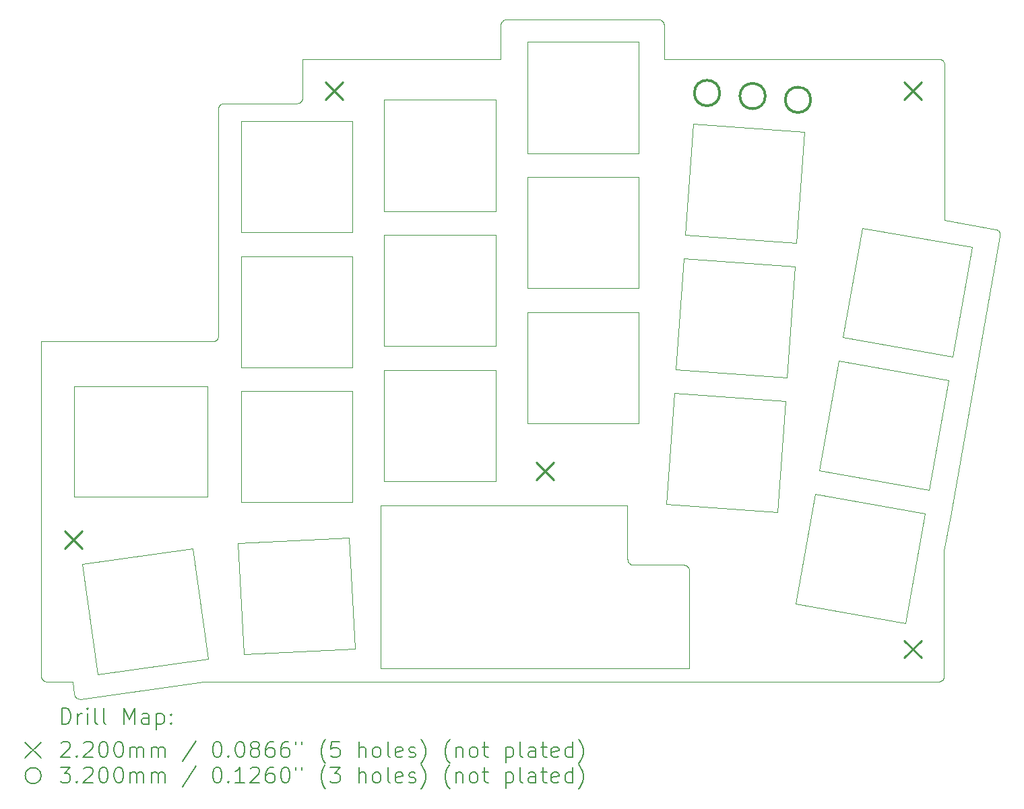
<source format=gbr>
%TF.GenerationSoftware,KiCad,Pcbnew,7.0.5*%
%TF.CreationDate,2023-06-08T23:10:45+10:00*%
%TF.ProjectId,Klotz_02_Plate,4b6c6f74-7a5f-4303-925f-506c6174652e,0.1*%
%TF.SameCoordinates,Original*%
%TF.FileFunction,Drillmap*%
%TF.FilePolarity,Positive*%
%FSLAX45Y45*%
G04 Gerber Fmt 4.5, Leading zero omitted, Abs format (unit mm)*
G04 Created by KiCad (PCBNEW 7.0.5) date 2023-06-08 23:10:45*
%MOMM*%
%LPD*%
G01*
G04 APERTURE LIST*
%ADD10C,0.010000*%
%ADD11C,0.200000*%
%ADD12C,0.220000*%
%ADD13C,0.320000*%
G04 APERTURE END LIST*
D10*
X11768706Y-5352311D02*
X11768706Y-5839145D01*
X20478789Y-7493672D02*
X19836733Y-7380784D01*
X10583372Y-12898228D02*
X9196956Y-13092256D01*
X14195817Y-8964756D02*
X12795289Y-8964756D01*
X19833205Y-13113423D02*
X19833205Y-11536506D01*
X16559428Y-11716422D02*
X16563045Y-11716514D01*
X16566615Y-11716788D01*
X16570136Y-11717239D01*
X16573601Y-11717862D01*
X16577007Y-11718653D01*
X16580349Y-11719608D01*
X16583623Y-11720721D01*
X16586823Y-11721989D01*
X16589946Y-11723407D01*
X16592987Y-11724970D01*
X16595942Y-11726674D01*
X16598805Y-11728514D01*
X16601573Y-11730486D01*
X16604241Y-11732585D01*
X16606804Y-11734807D01*
X16609258Y-11737148D01*
X16611598Y-11739601D01*
X16613820Y-11742165D01*
X16615919Y-11744832D01*
X16617891Y-11747600D01*
X16619731Y-11750463D01*
X16621435Y-11753418D01*
X16622998Y-11756459D01*
X16624416Y-11759582D01*
X16625684Y-11762783D01*
X16626798Y-11766056D01*
X16627752Y-11769398D01*
X16628543Y-11772804D01*
X16629167Y-11776270D01*
X16629617Y-11779790D01*
X16629891Y-11783361D01*
X16629983Y-11786978D01*
X10639817Y-8904784D02*
X8484344Y-8904784D01*
X17857650Y-9359867D02*
X16460649Y-9261089D01*
X12795289Y-7264367D02*
X12795289Y-7260349D01*
X12795289Y-7248638D01*
X12795289Y-7229747D01*
X12795289Y-7204188D01*
X12795289Y-7172474D01*
X12795289Y-7135119D01*
X12795289Y-7092635D01*
X12795289Y-7045534D01*
X12795289Y-6994331D01*
X12795289Y-6939537D01*
X12795289Y-6881666D01*
X12795289Y-6821231D01*
X12795289Y-6758744D01*
X12795289Y-6694719D01*
X12795289Y-6629667D01*
X12795289Y-6564103D01*
X12795289Y-6498539D01*
X12795289Y-6433487D01*
X12795289Y-6369462D01*
X12795289Y-6306975D01*
X12795289Y-6246539D01*
X12795289Y-6188668D01*
X12795289Y-6133875D01*
X12795289Y-6082671D01*
X12795289Y-6035571D01*
X12795289Y-5993087D01*
X12795289Y-5955732D01*
X12795289Y-5924018D01*
X12795289Y-5898459D01*
X12795289Y-5879568D01*
X12795289Y-5867857D01*
X12795289Y-5863839D01*
X16580595Y-7564228D02*
X16679372Y-6167228D01*
X15853872Y-11645867D02*
X15853965Y-11649483D01*
X15854238Y-11653054D01*
X15854689Y-11656574D01*
X15855312Y-11660040D01*
X15856104Y-11663446D01*
X15857058Y-11666788D01*
X15858172Y-11670061D01*
X15859440Y-11673262D01*
X15860857Y-11676385D01*
X15862420Y-11679426D01*
X15864124Y-11682381D01*
X15865965Y-11685244D01*
X15867937Y-11688012D01*
X15870036Y-11690679D01*
X15872258Y-11693243D01*
X15874598Y-11695696D01*
X15877052Y-11698037D01*
X15879615Y-11700259D01*
X15882283Y-11702358D01*
X15885050Y-11704330D01*
X15887914Y-11706170D01*
X15890868Y-11707874D01*
X15893909Y-11709437D01*
X15897032Y-11710855D01*
X15900233Y-11712123D01*
X15903507Y-11713236D01*
X15906849Y-11714191D01*
X15910255Y-11714982D01*
X15913720Y-11715605D01*
X15917241Y-11716056D01*
X15920811Y-11716330D01*
X15924428Y-11716422D01*
X20182455Y-7719450D02*
X19939039Y-9098811D01*
X14195817Y-5863839D02*
X14195817Y-7264367D01*
X9002928Y-11705839D02*
X10389344Y-11511811D01*
X20531706Y-7578339D02*
X20532595Y-7574392D01*
X20533282Y-7570490D01*
X20533770Y-7566637D01*
X20534062Y-7562836D01*
X20534164Y-7559093D01*
X20534078Y-7555410D01*
X20533808Y-7551792D01*
X20533359Y-7548243D01*
X20532735Y-7544766D01*
X20531938Y-7541365D01*
X20530974Y-7538044D01*
X20529845Y-7534807D01*
X20528557Y-7531658D01*
X20527111Y-7528600D01*
X20525514Y-7525639D01*
X20523768Y-7522777D01*
X20521877Y-7520018D01*
X20519846Y-7517366D01*
X20517677Y-7514825D01*
X20515376Y-7512400D01*
X20512945Y-7510093D01*
X20510389Y-7507909D01*
X20507712Y-7505852D01*
X20504916Y-7503925D01*
X20502008Y-7502132D01*
X20498989Y-7500478D01*
X20495865Y-7498966D01*
X20492638Y-7497600D01*
X20489314Y-7496383D01*
X20485895Y-7495321D01*
X20482385Y-7494416D01*
X20478789Y-7493672D01*
X8895000Y-9470000D02*
X10575000Y-9470000D01*
X10957317Y-11444783D02*
X12354317Y-11370700D01*
X10996122Y-6131950D02*
X12396650Y-6131950D01*
X19349900Y-12446672D02*
X17970539Y-12203256D01*
X16559427Y-7864089D02*
X17956427Y-7962867D01*
X10996122Y-9232867D02*
X10996122Y-7832339D01*
X8895000Y-10860000D02*
X10575000Y-10860000D01*
X19889650Y-9395145D02*
X19646234Y-10774506D01*
X18510289Y-9151728D02*
X19889650Y-9395145D01*
X8484344Y-13113423D02*
X8484437Y-13117039D01*
X8484710Y-13120610D01*
X8485161Y-13124131D01*
X8485784Y-13127596D01*
X8486576Y-13131002D01*
X8487530Y-13134344D01*
X8488644Y-13137618D01*
X8489912Y-13140818D01*
X8491329Y-13143941D01*
X8492893Y-13146982D01*
X8494596Y-13149937D01*
X8496437Y-13152800D01*
X8498409Y-13155568D01*
X8500508Y-13158236D01*
X8502730Y-13160799D01*
X8505070Y-13163253D01*
X8507524Y-13165593D01*
X8510087Y-13167815D01*
X8512755Y-13169914D01*
X8515523Y-13171886D01*
X8518386Y-13173726D01*
X8521340Y-13175430D01*
X8524381Y-13176993D01*
X8527505Y-13178411D01*
X8530705Y-13179679D01*
X8533979Y-13180792D01*
X8537321Y-13181747D01*
X8540727Y-13182538D01*
X8544192Y-13183161D01*
X8547713Y-13183612D01*
X8551283Y-13183886D01*
X8554900Y-13183978D01*
X10996122Y-7532478D02*
X10996122Y-6131950D01*
X16679372Y-6167228D02*
X18076372Y-6266006D01*
X14594455Y-8534367D02*
X15994983Y-8534367D01*
X16629983Y-11786978D02*
X16629983Y-13014644D01*
X8554900Y-13183978D02*
X8879456Y-13183978D01*
X10780928Y-5909700D02*
X10777311Y-5909792D01*
X10773741Y-5910066D01*
X10770220Y-5910517D01*
X10766755Y-5911140D01*
X10763349Y-5911931D01*
X10760007Y-5912886D01*
X10756733Y-5913999D01*
X10753533Y-5915267D01*
X10750409Y-5916685D01*
X10747368Y-5918248D01*
X10744414Y-5919952D01*
X10741550Y-5921792D01*
X10738783Y-5923764D01*
X10736115Y-5925864D01*
X10733552Y-5928086D01*
X10731098Y-5930426D01*
X10728758Y-5932880D01*
X10726536Y-5935443D01*
X10724437Y-5938110D01*
X10722465Y-5940878D01*
X10720624Y-5943742D01*
X10718920Y-5946696D01*
X10717357Y-5949737D01*
X10715940Y-5952860D01*
X10714672Y-5956061D01*
X10713558Y-5959334D01*
X10712604Y-5962677D01*
X10711812Y-5966083D01*
X10711189Y-5969548D01*
X10710738Y-5973068D01*
X10710465Y-5976639D01*
X10710372Y-5980256D01*
X10996122Y-10929728D02*
X10996122Y-9529200D01*
X17741234Y-11053200D02*
X16344233Y-10954422D01*
X8484344Y-8904784D02*
X8484344Y-13113423D01*
X15994983Y-9934895D02*
X14594455Y-9934895D01*
X19836733Y-7380784D02*
X19836733Y-5422867D01*
X17840011Y-9656200D02*
X17741234Y-11053200D01*
X11698150Y-5909700D02*
X10780928Y-5909700D01*
X16460649Y-9261089D02*
X16559427Y-7864089D01*
X14594455Y-5137117D02*
X15994983Y-5137117D01*
X10575000Y-9470000D02*
X10575000Y-10860000D01*
X14594455Y-6537645D02*
X14594455Y-5137117D01*
X12396650Y-9529200D02*
X12396650Y-10929728D01*
X15994983Y-8534367D02*
X15994983Y-9934895D01*
X16344233Y-10954422D02*
X16443011Y-9557422D01*
X18803094Y-7476034D02*
X20182455Y-7719450D01*
X12795289Y-5863839D02*
X14195817Y-5863839D01*
X17970539Y-12203256D02*
X18213956Y-10823895D01*
X15994983Y-6833978D02*
X15994983Y-8234506D01*
X12795289Y-7564228D02*
X14195817Y-7564228D01*
X19646234Y-10774506D02*
X18266872Y-10531089D01*
X12428400Y-12767700D02*
X11031400Y-12841783D01*
X18266872Y-10531089D02*
X18510289Y-9151728D01*
X19766178Y-5352311D02*
X16312483Y-5352311D01*
X15924428Y-11716422D02*
X16559428Y-11716422D01*
X17977595Y-7663006D02*
X16580595Y-7564228D01*
X11031400Y-12841783D02*
X10957317Y-11444783D01*
X14195817Y-7264367D02*
X12795289Y-7264367D01*
X11768706Y-5839145D02*
X11768613Y-5842761D01*
X11768339Y-5846332D01*
X11767889Y-5849852D01*
X11767265Y-5853318D01*
X11766474Y-5856724D01*
X11765520Y-5860066D01*
X11764406Y-5863339D01*
X11763138Y-5866540D01*
X11761720Y-5869663D01*
X11760157Y-5872704D01*
X11758453Y-5875659D01*
X11756613Y-5878522D01*
X11754641Y-5881290D01*
X11752542Y-5883957D01*
X11750320Y-5886521D01*
X11747980Y-5888974D01*
X11745526Y-5891315D01*
X11742963Y-5893537D01*
X11740295Y-5895636D01*
X11737527Y-5897608D01*
X11734664Y-5899448D01*
X11731709Y-5901152D01*
X11728668Y-5902715D01*
X11725545Y-5904133D01*
X11722345Y-5905401D01*
X11719071Y-5906514D01*
X11715729Y-5907469D01*
X11712323Y-5908260D01*
X11708858Y-5908883D01*
X11705337Y-5909334D01*
X11701767Y-5909608D01*
X11698150Y-5909700D01*
X14195817Y-9264617D02*
X14195817Y-10665145D01*
X12354317Y-11370700D02*
X12428400Y-12767700D01*
X15994983Y-6537645D02*
X14594455Y-6537645D01*
X15994983Y-5137117D02*
X15994983Y-6537645D01*
X9196956Y-13092256D02*
X9002928Y-11705839D01*
X16241928Y-4854895D02*
X14329872Y-4854895D01*
X19910817Y-11102590D02*
X20531706Y-7578339D01*
X17956427Y-7962867D02*
X17857650Y-9359867D01*
X12396650Y-9232867D02*
X10996122Y-9232867D01*
X12795289Y-8964756D02*
X12795289Y-8960738D01*
X12795289Y-8949027D01*
X12795289Y-8930136D01*
X12795289Y-8904577D01*
X12795289Y-8872863D01*
X12795289Y-8835508D01*
X12795289Y-8793024D01*
X12795289Y-8745924D01*
X12795289Y-8694720D01*
X12795289Y-8639927D01*
X12795289Y-8582056D01*
X12795289Y-8521620D01*
X12795289Y-8459133D01*
X12795289Y-8395108D01*
X12795289Y-8330056D01*
X12795289Y-8264492D01*
X12795289Y-8198928D01*
X12795289Y-8133876D01*
X12795289Y-8069851D01*
X12795289Y-8007364D01*
X12795289Y-7946928D01*
X12795289Y-7889057D01*
X12795289Y-7834264D01*
X12795289Y-7783060D01*
X12795289Y-7735960D01*
X12795289Y-7693476D01*
X12795289Y-7656120D01*
X12795289Y-7624407D01*
X12795289Y-7598848D01*
X12795289Y-7579956D01*
X12795289Y-7568246D01*
X12795289Y-7564228D01*
X15853872Y-10965005D02*
X15853872Y-11645867D01*
X19593317Y-11067312D02*
X19349900Y-12446672D01*
X16312483Y-5352311D02*
X16312483Y-4925450D01*
X14594455Y-9934895D02*
X14594455Y-8534367D01*
X14594455Y-6833978D02*
X15994983Y-6833978D01*
X8879456Y-13183978D02*
X8900622Y-13342728D01*
X12752955Y-13014644D02*
X12752955Y-10965005D01*
X10996122Y-9529200D02*
X12396650Y-9529200D01*
X18213956Y-10823895D02*
X19593317Y-11067312D01*
X8900622Y-13342728D02*
X8901365Y-13346325D01*
X8902269Y-13349836D01*
X8903327Y-13353259D01*
X8904536Y-13356591D01*
X8905889Y-13359831D01*
X8907381Y-13362975D01*
X8909008Y-13366021D01*
X8910765Y-13368966D01*
X8912645Y-13371808D01*
X8914644Y-13374544D01*
X8916756Y-13377171D01*
X8918978Y-13379687D01*
X8921302Y-13382090D01*
X8923725Y-13384376D01*
X8926241Y-13386544D01*
X8928844Y-13388590D01*
X8931531Y-13390511D01*
X8934295Y-13392307D01*
X8937131Y-13393973D01*
X8940034Y-13395507D01*
X8942999Y-13396907D01*
X8946022Y-13398170D01*
X8949096Y-13399294D01*
X8952216Y-13400275D01*
X8955378Y-13401112D01*
X8958576Y-13401801D01*
X8961804Y-13402341D01*
X8965059Y-13402728D01*
X8968335Y-13402960D01*
X8971626Y-13403035D01*
X8974927Y-13402949D01*
X8978233Y-13402700D01*
X14329872Y-4854895D02*
X14326256Y-4854987D01*
X14322685Y-4855261D01*
X14319165Y-4855712D01*
X14315699Y-4856335D01*
X14312293Y-4857126D01*
X14308951Y-4858081D01*
X14305678Y-4859194D01*
X14302477Y-4860462D01*
X14299354Y-4861880D01*
X14296313Y-4863443D01*
X14293358Y-4865147D01*
X14290495Y-4866987D01*
X14287727Y-4868959D01*
X14285059Y-4871058D01*
X14282496Y-4873280D01*
X14280043Y-4875620D01*
X14277702Y-4878074D01*
X14275480Y-4880637D01*
X14273381Y-4883305D01*
X14271409Y-4886073D01*
X14269569Y-4888936D01*
X14267865Y-4891891D01*
X14266302Y-4894932D01*
X14264884Y-4898055D01*
X14263616Y-4901255D01*
X14262503Y-4904529D01*
X14261548Y-4907871D01*
X14260757Y-4911277D01*
X14260134Y-4914743D01*
X14259683Y-4918263D01*
X14259409Y-4921834D01*
X14259317Y-4925450D01*
X19833205Y-11536506D02*
X19910817Y-11102590D01*
X16629983Y-13014644D02*
X12752955Y-13014644D01*
X12396650Y-6131950D02*
X12396650Y-7532478D01*
X14195817Y-7564228D02*
X14195817Y-8964756D01*
X16312483Y-4925450D02*
X16312391Y-4921834D01*
X16312117Y-4918263D01*
X16311667Y-4914743D01*
X16311043Y-4911277D01*
X16310252Y-4907871D01*
X16309298Y-4904529D01*
X16308184Y-4901255D01*
X16306916Y-4898055D01*
X16305498Y-4894932D01*
X16303935Y-4891891D01*
X16302231Y-4888936D01*
X16300391Y-4886073D01*
X16298419Y-4883305D01*
X16296320Y-4880637D01*
X16294098Y-4878074D01*
X16291758Y-4875620D01*
X16289304Y-4873280D01*
X16286741Y-4871058D01*
X16284073Y-4868959D01*
X16281305Y-4866987D01*
X16278442Y-4865147D01*
X16275487Y-4863443D01*
X16272446Y-4861880D01*
X16269323Y-4860462D01*
X16266123Y-4859194D01*
X16262849Y-4858081D01*
X16259507Y-4857126D01*
X16256101Y-4856335D01*
X16252636Y-4855712D01*
X16249115Y-4855261D01*
X16245545Y-4854987D01*
X16241928Y-4854895D01*
X12396650Y-7532478D02*
X10996122Y-7532478D01*
X10996122Y-7832339D02*
X12396650Y-7832339D01*
X10710372Y-8834228D02*
X10710280Y-8837845D01*
X10710006Y-8841415D01*
X10709555Y-8844936D01*
X10708932Y-8848401D01*
X10708141Y-8851807D01*
X10707186Y-8855149D01*
X10706073Y-8858423D01*
X10704805Y-8861623D01*
X10703387Y-8864746D01*
X10701824Y-8867788D01*
X10700120Y-8870742D01*
X10698280Y-8873605D01*
X10696308Y-8876373D01*
X10694209Y-8879041D01*
X10691987Y-8881604D01*
X10689647Y-8884058D01*
X10687193Y-8886398D01*
X10684630Y-8888620D01*
X10681962Y-8890719D01*
X10679194Y-8892691D01*
X10676331Y-8894532D01*
X10673376Y-8896235D01*
X10670335Y-8897799D01*
X10667212Y-8899216D01*
X10664012Y-8900484D01*
X10660738Y-8901598D01*
X10657396Y-8902552D01*
X10653990Y-8903344D01*
X10650524Y-8903967D01*
X10647004Y-8904418D01*
X10643433Y-8904691D01*
X10639817Y-8904784D01*
X12795289Y-10665145D02*
X12795289Y-10661127D01*
X12795289Y-10649416D01*
X12795289Y-10630525D01*
X12795289Y-10604966D01*
X12795289Y-10573252D01*
X12795289Y-10535897D01*
X12795289Y-10493413D01*
X12795289Y-10446312D01*
X12795289Y-10395109D01*
X12795289Y-10340315D01*
X12795289Y-10282444D01*
X12795289Y-10222009D01*
X12795289Y-10159522D01*
X12795289Y-10095496D01*
X12795289Y-10030445D01*
X12795289Y-9964881D01*
X12795289Y-9899317D01*
X12795289Y-9834265D01*
X12795289Y-9770240D01*
X12795289Y-9707753D01*
X12795289Y-9647317D01*
X12795289Y-9589446D01*
X12795289Y-9534653D01*
X12795289Y-9483449D01*
X12795289Y-9436349D01*
X12795289Y-9393865D01*
X12795289Y-9356509D01*
X12795289Y-9324796D01*
X12795289Y-9299237D01*
X12795289Y-9280345D01*
X12795289Y-9268634D01*
X12795289Y-9264617D01*
X18076372Y-6266006D02*
X17977595Y-7663006D01*
X12795289Y-9264617D02*
X14195817Y-9264617D01*
X18559677Y-8855395D02*
X18803094Y-7476034D01*
X14259317Y-4925450D02*
X14259317Y-5352311D01*
X16443011Y-9557422D02*
X17840011Y-9656200D01*
X19939039Y-9098811D02*
X18559677Y-8855395D01*
X10710372Y-5980256D02*
X10710372Y-8834228D01*
X19762650Y-13183978D02*
X19766266Y-13183886D01*
X19769837Y-13183612D01*
X19773358Y-13183161D01*
X19776823Y-13182538D01*
X19780229Y-13181747D01*
X19783571Y-13180792D01*
X19786845Y-13179679D01*
X19790045Y-13178411D01*
X19793168Y-13176993D01*
X19796209Y-13175430D01*
X19799164Y-13173726D01*
X19802027Y-13171886D01*
X19804795Y-13169914D01*
X19807463Y-13167815D01*
X19810026Y-13165593D01*
X19812480Y-13163253D01*
X19814820Y-13160799D01*
X19817042Y-13158236D01*
X19819141Y-13155568D01*
X19821113Y-13152800D01*
X19822953Y-13149937D01*
X19824657Y-13146982D01*
X19826220Y-13143941D01*
X19827638Y-13140818D01*
X19828906Y-13137618D01*
X19830019Y-13134344D01*
X19830974Y-13131002D01*
X19831765Y-13127596D01*
X19832388Y-13124131D01*
X19832839Y-13120610D01*
X19833113Y-13117039D01*
X19833205Y-13113423D01*
X15994983Y-8234506D02*
X14594455Y-8234506D01*
X8978233Y-13402700D02*
X10526928Y-13183978D01*
X12752955Y-10965005D02*
X15853872Y-10965005D01*
X12396650Y-7832339D02*
X12396650Y-9232867D01*
X12396650Y-10929728D02*
X10996122Y-10929728D01*
X14259317Y-5352311D02*
X11768706Y-5352311D01*
X10526928Y-13183978D02*
X19762650Y-13183978D01*
X14594455Y-8234506D02*
X14594455Y-6833978D01*
X10389344Y-11511811D02*
X10583372Y-12898228D01*
X14195817Y-10665145D02*
X12795289Y-10665145D01*
X19836733Y-5422867D02*
X19836641Y-5419250D01*
X19836367Y-5415680D01*
X19835916Y-5412159D01*
X19835293Y-5408694D01*
X19834502Y-5405288D01*
X19833547Y-5401946D01*
X19832434Y-5398672D01*
X19831166Y-5395471D01*
X19829748Y-5392348D01*
X19828185Y-5389307D01*
X19826481Y-5386353D01*
X19824641Y-5383489D01*
X19822669Y-5380722D01*
X19820570Y-5378054D01*
X19818348Y-5375491D01*
X19816008Y-5373037D01*
X19813554Y-5370697D01*
X19810991Y-5368475D01*
X19808323Y-5366376D01*
X19805555Y-5364404D01*
X19802692Y-5362563D01*
X19799737Y-5360860D01*
X19796696Y-5359296D01*
X19793573Y-5357879D01*
X19790373Y-5356611D01*
X19787099Y-5355497D01*
X19783757Y-5354543D01*
X19780351Y-5353751D01*
X19776886Y-5353128D01*
X19773365Y-5352677D01*
X19769794Y-5352404D01*
X19766178Y-5352311D01*
X8895000Y-9470000D02*
X8895000Y-9471145D01*
X8895000Y-9472715D01*
X8895000Y-9475302D01*
X8895000Y-9479163D01*
X8895000Y-9484550D01*
X8895000Y-9491719D01*
X8895000Y-9500924D01*
X8895000Y-9512419D01*
X8895000Y-9526460D01*
X8895000Y-9543301D01*
X8895000Y-9563195D01*
X8895000Y-9586399D01*
X8895000Y-9613166D01*
X8895000Y-9643750D01*
X8895000Y-9678407D01*
X8895000Y-9717390D01*
X8895000Y-9760955D01*
X8895000Y-9809355D01*
X8895000Y-9862846D01*
X8895000Y-9921682D01*
X8895000Y-9986117D01*
X8895000Y-10056406D01*
X8895000Y-10132804D01*
X8895000Y-10215564D01*
X8895000Y-10304942D01*
X8895000Y-10401191D01*
X8895000Y-10504568D01*
X8895000Y-10615325D01*
X8895000Y-10733717D01*
X8895000Y-10860000D01*
D11*
D12*
X8780000Y-11293000D02*
X9000000Y-11513000D01*
X9000000Y-11293000D02*
X8780000Y-11513000D01*
X12055214Y-5645369D02*
X12275214Y-5865369D01*
X12275214Y-5645369D02*
X12055214Y-5865369D01*
X14708216Y-10429239D02*
X14928216Y-10649239D01*
X14928216Y-10429239D02*
X14708216Y-10649239D01*
X19329801Y-5645369D02*
X19549801Y-5865369D01*
X19549801Y-5645369D02*
X19329801Y-5865369D01*
X19329801Y-12665946D02*
X19549801Y-12885946D01*
X19549801Y-12665946D02*
X19329801Y-12885946D01*
D13*
X17013200Y-5779700D02*
G75*
G03*
X17013200Y-5779700I-160000J0D01*
G01*
X17585400Y-5817800D02*
G75*
G03*
X17585400Y-5817800I-160000J0D01*
G01*
X18156300Y-5865000D02*
G75*
G03*
X18156300Y-5865000I-160000J0D01*
G01*
D11*
X8744621Y-13718212D02*
X8744621Y-13518212D01*
X8744621Y-13518212D02*
X8792240Y-13518212D01*
X8792240Y-13518212D02*
X8820812Y-13527736D01*
X8820812Y-13527736D02*
X8839859Y-13546784D01*
X8839859Y-13546784D02*
X8849383Y-13565831D01*
X8849383Y-13565831D02*
X8858907Y-13603926D01*
X8858907Y-13603926D02*
X8858907Y-13632498D01*
X8858907Y-13632498D02*
X8849383Y-13670593D01*
X8849383Y-13670593D02*
X8839859Y-13689641D01*
X8839859Y-13689641D02*
X8820812Y-13708688D01*
X8820812Y-13708688D02*
X8792240Y-13718212D01*
X8792240Y-13718212D02*
X8744621Y-13718212D01*
X8944621Y-13718212D02*
X8944621Y-13584879D01*
X8944621Y-13622974D02*
X8954145Y-13603926D01*
X8954145Y-13603926D02*
X8963669Y-13594403D01*
X8963669Y-13594403D02*
X8982716Y-13584879D01*
X8982716Y-13584879D02*
X9001764Y-13584879D01*
X9068431Y-13718212D02*
X9068431Y-13584879D01*
X9068431Y-13518212D02*
X9058907Y-13527736D01*
X9058907Y-13527736D02*
X9068431Y-13537260D01*
X9068431Y-13537260D02*
X9077955Y-13527736D01*
X9077955Y-13527736D02*
X9068431Y-13518212D01*
X9068431Y-13518212D02*
X9068431Y-13537260D01*
X9192240Y-13718212D02*
X9173193Y-13708688D01*
X9173193Y-13708688D02*
X9163669Y-13689641D01*
X9163669Y-13689641D02*
X9163669Y-13518212D01*
X9297002Y-13718212D02*
X9277955Y-13708688D01*
X9277955Y-13708688D02*
X9268431Y-13689641D01*
X9268431Y-13689641D02*
X9268431Y-13518212D01*
X9525574Y-13718212D02*
X9525574Y-13518212D01*
X9525574Y-13518212D02*
X9592240Y-13661069D01*
X9592240Y-13661069D02*
X9658907Y-13518212D01*
X9658907Y-13518212D02*
X9658907Y-13718212D01*
X9839859Y-13718212D02*
X9839859Y-13613450D01*
X9839859Y-13613450D02*
X9830336Y-13594403D01*
X9830336Y-13594403D02*
X9811288Y-13584879D01*
X9811288Y-13584879D02*
X9773193Y-13584879D01*
X9773193Y-13584879D02*
X9754145Y-13594403D01*
X9839859Y-13708688D02*
X9820812Y-13718212D01*
X9820812Y-13718212D02*
X9773193Y-13718212D01*
X9773193Y-13718212D02*
X9754145Y-13708688D01*
X9754145Y-13708688D02*
X9744621Y-13689641D01*
X9744621Y-13689641D02*
X9744621Y-13670593D01*
X9744621Y-13670593D02*
X9754145Y-13651546D01*
X9754145Y-13651546D02*
X9773193Y-13642022D01*
X9773193Y-13642022D02*
X9820812Y-13642022D01*
X9820812Y-13642022D02*
X9839859Y-13632498D01*
X9935097Y-13584879D02*
X9935097Y-13784879D01*
X9935097Y-13594403D02*
X9954145Y-13584879D01*
X9954145Y-13584879D02*
X9992240Y-13584879D01*
X9992240Y-13584879D02*
X10011288Y-13594403D01*
X10011288Y-13594403D02*
X10020812Y-13603926D01*
X10020812Y-13603926D02*
X10030336Y-13622974D01*
X10030336Y-13622974D02*
X10030336Y-13680117D01*
X10030336Y-13680117D02*
X10020812Y-13699165D01*
X10020812Y-13699165D02*
X10011288Y-13708688D01*
X10011288Y-13708688D02*
X9992240Y-13718212D01*
X9992240Y-13718212D02*
X9954145Y-13718212D01*
X9954145Y-13718212D02*
X9935097Y-13708688D01*
X10116050Y-13699165D02*
X10125574Y-13708688D01*
X10125574Y-13708688D02*
X10116050Y-13718212D01*
X10116050Y-13718212D02*
X10106526Y-13708688D01*
X10106526Y-13708688D02*
X10116050Y-13699165D01*
X10116050Y-13699165D02*
X10116050Y-13718212D01*
X10116050Y-13594403D02*
X10125574Y-13603926D01*
X10125574Y-13603926D02*
X10116050Y-13613450D01*
X10116050Y-13613450D02*
X10106526Y-13603926D01*
X10106526Y-13603926D02*
X10116050Y-13594403D01*
X10116050Y-13594403D02*
X10116050Y-13613450D01*
X8283844Y-13946728D02*
X8483844Y-14146728D01*
X8483844Y-13946728D02*
X8283844Y-14146728D01*
X8735097Y-13957260D02*
X8744621Y-13947736D01*
X8744621Y-13947736D02*
X8763669Y-13938212D01*
X8763669Y-13938212D02*
X8811288Y-13938212D01*
X8811288Y-13938212D02*
X8830336Y-13947736D01*
X8830336Y-13947736D02*
X8839859Y-13957260D01*
X8839859Y-13957260D02*
X8849383Y-13976307D01*
X8849383Y-13976307D02*
X8849383Y-13995355D01*
X8849383Y-13995355D02*
X8839859Y-14023926D01*
X8839859Y-14023926D02*
X8725574Y-14138212D01*
X8725574Y-14138212D02*
X8849383Y-14138212D01*
X8935097Y-14119165D02*
X8944621Y-14128688D01*
X8944621Y-14128688D02*
X8935097Y-14138212D01*
X8935097Y-14138212D02*
X8925574Y-14128688D01*
X8925574Y-14128688D02*
X8935097Y-14119165D01*
X8935097Y-14119165D02*
X8935097Y-14138212D01*
X9020812Y-13957260D02*
X9030336Y-13947736D01*
X9030336Y-13947736D02*
X9049383Y-13938212D01*
X9049383Y-13938212D02*
X9097002Y-13938212D01*
X9097002Y-13938212D02*
X9116050Y-13947736D01*
X9116050Y-13947736D02*
X9125574Y-13957260D01*
X9125574Y-13957260D02*
X9135097Y-13976307D01*
X9135097Y-13976307D02*
X9135097Y-13995355D01*
X9135097Y-13995355D02*
X9125574Y-14023926D01*
X9125574Y-14023926D02*
X9011288Y-14138212D01*
X9011288Y-14138212D02*
X9135097Y-14138212D01*
X9258907Y-13938212D02*
X9277955Y-13938212D01*
X9277955Y-13938212D02*
X9297002Y-13947736D01*
X9297002Y-13947736D02*
X9306526Y-13957260D01*
X9306526Y-13957260D02*
X9316050Y-13976307D01*
X9316050Y-13976307D02*
X9325574Y-14014403D01*
X9325574Y-14014403D02*
X9325574Y-14062022D01*
X9325574Y-14062022D02*
X9316050Y-14100117D01*
X9316050Y-14100117D02*
X9306526Y-14119165D01*
X9306526Y-14119165D02*
X9297002Y-14128688D01*
X9297002Y-14128688D02*
X9277955Y-14138212D01*
X9277955Y-14138212D02*
X9258907Y-14138212D01*
X9258907Y-14138212D02*
X9239859Y-14128688D01*
X9239859Y-14128688D02*
X9230336Y-14119165D01*
X9230336Y-14119165D02*
X9220812Y-14100117D01*
X9220812Y-14100117D02*
X9211288Y-14062022D01*
X9211288Y-14062022D02*
X9211288Y-14014403D01*
X9211288Y-14014403D02*
X9220812Y-13976307D01*
X9220812Y-13976307D02*
X9230336Y-13957260D01*
X9230336Y-13957260D02*
X9239859Y-13947736D01*
X9239859Y-13947736D02*
X9258907Y-13938212D01*
X9449383Y-13938212D02*
X9468431Y-13938212D01*
X9468431Y-13938212D02*
X9487478Y-13947736D01*
X9487478Y-13947736D02*
X9497002Y-13957260D01*
X9497002Y-13957260D02*
X9506526Y-13976307D01*
X9506526Y-13976307D02*
X9516050Y-14014403D01*
X9516050Y-14014403D02*
X9516050Y-14062022D01*
X9516050Y-14062022D02*
X9506526Y-14100117D01*
X9506526Y-14100117D02*
X9497002Y-14119165D01*
X9497002Y-14119165D02*
X9487478Y-14128688D01*
X9487478Y-14128688D02*
X9468431Y-14138212D01*
X9468431Y-14138212D02*
X9449383Y-14138212D01*
X9449383Y-14138212D02*
X9430336Y-14128688D01*
X9430336Y-14128688D02*
X9420812Y-14119165D01*
X9420812Y-14119165D02*
X9411288Y-14100117D01*
X9411288Y-14100117D02*
X9401764Y-14062022D01*
X9401764Y-14062022D02*
X9401764Y-14014403D01*
X9401764Y-14014403D02*
X9411288Y-13976307D01*
X9411288Y-13976307D02*
X9420812Y-13957260D01*
X9420812Y-13957260D02*
X9430336Y-13947736D01*
X9430336Y-13947736D02*
X9449383Y-13938212D01*
X9601764Y-14138212D02*
X9601764Y-14004879D01*
X9601764Y-14023926D02*
X9611288Y-14014403D01*
X9611288Y-14014403D02*
X9630336Y-14004879D01*
X9630336Y-14004879D02*
X9658907Y-14004879D01*
X9658907Y-14004879D02*
X9677955Y-14014403D01*
X9677955Y-14014403D02*
X9687478Y-14033450D01*
X9687478Y-14033450D02*
X9687478Y-14138212D01*
X9687478Y-14033450D02*
X9697002Y-14014403D01*
X9697002Y-14014403D02*
X9716050Y-14004879D01*
X9716050Y-14004879D02*
X9744621Y-14004879D01*
X9744621Y-14004879D02*
X9763669Y-14014403D01*
X9763669Y-14014403D02*
X9773193Y-14033450D01*
X9773193Y-14033450D02*
X9773193Y-14138212D01*
X9868431Y-14138212D02*
X9868431Y-14004879D01*
X9868431Y-14023926D02*
X9877955Y-14014403D01*
X9877955Y-14014403D02*
X9897002Y-14004879D01*
X9897002Y-14004879D02*
X9925574Y-14004879D01*
X9925574Y-14004879D02*
X9944621Y-14014403D01*
X9944621Y-14014403D02*
X9954145Y-14033450D01*
X9954145Y-14033450D02*
X9954145Y-14138212D01*
X9954145Y-14033450D02*
X9963669Y-14014403D01*
X9963669Y-14014403D02*
X9982717Y-14004879D01*
X9982717Y-14004879D02*
X10011288Y-14004879D01*
X10011288Y-14004879D02*
X10030336Y-14014403D01*
X10030336Y-14014403D02*
X10039859Y-14033450D01*
X10039859Y-14033450D02*
X10039859Y-14138212D01*
X10430336Y-13928688D02*
X10258907Y-14185831D01*
X10687479Y-13938212D02*
X10706526Y-13938212D01*
X10706526Y-13938212D02*
X10725574Y-13947736D01*
X10725574Y-13947736D02*
X10735098Y-13957260D01*
X10735098Y-13957260D02*
X10744621Y-13976307D01*
X10744621Y-13976307D02*
X10754145Y-14014403D01*
X10754145Y-14014403D02*
X10754145Y-14062022D01*
X10754145Y-14062022D02*
X10744621Y-14100117D01*
X10744621Y-14100117D02*
X10735098Y-14119165D01*
X10735098Y-14119165D02*
X10725574Y-14128688D01*
X10725574Y-14128688D02*
X10706526Y-14138212D01*
X10706526Y-14138212D02*
X10687479Y-14138212D01*
X10687479Y-14138212D02*
X10668431Y-14128688D01*
X10668431Y-14128688D02*
X10658907Y-14119165D01*
X10658907Y-14119165D02*
X10649383Y-14100117D01*
X10649383Y-14100117D02*
X10639860Y-14062022D01*
X10639860Y-14062022D02*
X10639860Y-14014403D01*
X10639860Y-14014403D02*
X10649383Y-13976307D01*
X10649383Y-13976307D02*
X10658907Y-13957260D01*
X10658907Y-13957260D02*
X10668431Y-13947736D01*
X10668431Y-13947736D02*
X10687479Y-13938212D01*
X10839860Y-14119165D02*
X10849383Y-14128688D01*
X10849383Y-14128688D02*
X10839860Y-14138212D01*
X10839860Y-14138212D02*
X10830336Y-14128688D01*
X10830336Y-14128688D02*
X10839860Y-14119165D01*
X10839860Y-14119165D02*
X10839860Y-14138212D01*
X10973193Y-13938212D02*
X10992241Y-13938212D01*
X10992241Y-13938212D02*
X11011288Y-13947736D01*
X11011288Y-13947736D02*
X11020812Y-13957260D01*
X11020812Y-13957260D02*
X11030336Y-13976307D01*
X11030336Y-13976307D02*
X11039860Y-14014403D01*
X11039860Y-14014403D02*
X11039860Y-14062022D01*
X11039860Y-14062022D02*
X11030336Y-14100117D01*
X11030336Y-14100117D02*
X11020812Y-14119165D01*
X11020812Y-14119165D02*
X11011288Y-14128688D01*
X11011288Y-14128688D02*
X10992241Y-14138212D01*
X10992241Y-14138212D02*
X10973193Y-14138212D01*
X10973193Y-14138212D02*
X10954145Y-14128688D01*
X10954145Y-14128688D02*
X10944621Y-14119165D01*
X10944621Y-14119165D02*
X10935098Y-14100117D01*
X10935098Y-14100117D02*
X10925574Y-14062022D01*
X10925574Y-14062022D02*
X10925574Y-14014403D01*
X10925574Y-14014403D02*
X10935098Y-13976307D01*
X10935098Y-13976307D02*
X10944621Y-13957260D01*
X10944621Y-13957260D02*
X10954145Y-13947736D01*
X10954145Y-13947736D02*
X10973193Y-13938212D01*
X11154145Y-14023926D02*
X11135098Y-14014403D01*
X11135098Y-14014403D02*
X11125574Y-14004879D01*
X11125574Y-14004879D02*
X11116050Y-13985831D01*
X11116050Y-13985831D02*
X11116050Y-13976307D01*
X11116050Y-13976307D02*
X11125574Y-13957260D01*
X11125574Y-13957260D02*
X11135098Y-13947736D01*
X11135098Y-13947736D02*
X11154145Y-13938212D01*
X11154145Y-13938212D02*
X11192240Y-13938212D01*
X11192240Y-13938212D02*
X11211288Y-13947736D01*
X11211288Y-13947736D02*
X11220812Y-13957260D01*
X11220812Y-13957260D02*
X11230336Y-13976307D01*
X11230336Y-13976307D02*
X11230336Y-13985831D01*
X11230336Y-13985831D02*
X11220812Y-14004879D01*
X11220812Y-14004879D02*
X11211288Y-14014403D01*
X11211288Y-14014403D02*
X11192240Y-14023926D01*
X11192240Y-14023926D02*
X11154145Y-14023926D01*
X11154145Y-14023926D02*
X11135098Y-14033450D01*
X11135098Y-14033450D02*
X11125574Y-14042974D01*
X11125574Y-14042974D02*
X11116050Y-14062022D01*
X11116050Y-14062022D02*
X11116050Y-14100117D01*
X11116050Y-14100117D02*
X11125574Y-14119165D01*
X11125574Y-14119165D02*
X11135098Y-14128688D01*
X11135098Y-14128688D02*
X11154145Y-14138212D01*
X11154145Y-14138212D02*
X11192240Y-14138212D01*
X11192240Y-14138212D02*
X11211288Y-14128688D01*
X11211288Y-14128688D02*
X11220812Y-14119165D01*
X11220812Y-14119165D02*
X11230336Y-14100117D01*
X11230336Y-14100117D02*
X11230336Y-14062022D01*
X11230336Y-14062022D02*
X11220812Y-14042974D01*
X11220812Y-14042974D02*
X11211288Y-14033450D01*
X11211288Y-14033450D02*
X11192240Y-14023926D01*
X11401764Y-13938212D02*
X11363669Y-13938212D01*
X11363669Y-13938212D02*
X11344621Y-13947736D01*
X11344621Y-13947736D02*
X11335098Y-13957260D01*
X11335098Y-13957260D02*
X11316050Y-13985831D01*
X11316050Y-13985831D02*
X11306526Y-14023926D01*
X11306526Y-14023926D02*
X11306526Y-14100117D01*
X11306526Y-14100117D02*
X11316050Y-14119165D01*
X11316050Y-14119165D02*
X11325574Y-14128688D01*
X11325574Y-14128688D02*
X11344621Y-14138212D01*
X11344621Y-14138212D02*
X11382717Y-14138212D01*
X11382717Y-14138212D02*
X11401764Y-14128688D01*
X11401764Y-14128688D02*
X11411288Y-14119165D01*
X11411288Y-14119165D02*
X11420812Y-14100117D01*
X11420812Y-14100117D02*
X11420812Y-14052498D01*
X11420812Y-14052498D02*
X11411288Y-14033450D01*
X11411288Y-14033450D02*
X11401764Y-14023926D01*
X11401764Y-14023926D02*
X11382717Y-14014403D01*
X11382717Y-14014403D02*
X11344621Y-14014403D01*
X11344621Y-14014403D02*
X11325574Y-14023926D01*
X11325574Y-14023926D02*
X11316050Y-14033450D01*
X11316050Y-14033450D02*
X11306526Y-14052498D01*
X11592240Y-13938212D02*
X11554145Y-13938212D01*
X11554145Y-13938212D02*
X11535098Y-13947736D01*
X11535098Y-13947736D02*
X11525574Y-13957260D01*
X11525574Y-13957260D02*
X11506526Y-13985831D01*
X11506526Y-13985831D02*
X11497002Y-14023926D01*
X11497002Y-14023926D02*
X11497002Y-14100117D01*
X11497002Y-14100117D02*
X11506526Y-14119165D01*
X11506526Y-14119165D02*
X11516050Y-14128688D01*
X11516050Y-14128688D02*
X11535098Y-14138212D01*
X11535098Y-14138212D02*
X11573193Y-14138212D01*
X11573193Y-14138212D02*
X11592240Y-14128688D01*
X11592240Y-14128688D02*
X11601764Y-14119165D01*
X11601764Y-14119165D02*
X11611288Y-14100117D01*
X11611288Y-14100117D02*
X11611288Y-14052498D01*
X11611288Y-14052498D02*
X11601764Y-14033450D01*
X11601764Y-14033450D02*
X11592240Y-14023926D01*
X11592240Y-14023926D02*
X11573193Y-14014403D01*
X11573193Y-14014403D02*
X11535098Y-14014403D01*
X11535098Y-14014403D02*
X11516050Y-14023926D01*
X11516050Y-14023926D02*
X11506526Y-14033450D01*
X11506526Y-14033450D02*
X11497002Y-14052498D01*
X11687479Y-13938212D02*
X11687479Y-13976307D01*
X11763669Y-13938212D02*
X11763669Y-13976307D01*
X12058907Y-14214403D02*
X12049383Y-14204879D01*
X12049383Y-14204879D02*
X12030336Y-14176307D01*
X12030336Y-14176307D02*
X12020812Y-14157260D01*
X12020812Y-14157260D02*
X12011288Y-14128688D01*
X12011288Y-14128688D02*
X12001764Y-14081069D01*
X12001764Y-14081069D02*
X12001764Y-14042974D01*
X12001764Y-14042974D02*
X12011288Y-13995355D01*
X12011288Y-13995355D02*
X12020812Y-13966784D01*
X12020812Y-13966784D02*
X12030336Y-13947736D01*
X12030336Y-13947736D02*
X12049383Y-13919165D01*
X12049383Y-13919165D02*
X12058907Y-13909641D01*
X12230336Y-13938212D02*
X12135098Y-13938212D01*
X12135098Y-13938212D02*
X12125574Y-14033450D01*
X12125574Y-14033450D02*
X12135098Y-14023926D01*
X12135098Y-14023926D02*
X12154145Y-14014403D01*
X12154145Y-14014403D02*
X12201764Y-14014403D01*
X12201764Y-14014403D02*
X12220812Y-14023926D01*
X12220812Y-14023926D02*
X12230336Y-14033450D01*
X12230336Y-14033450D02*
X12239860Y-14052498D01*
X12239860Y-14052498D02*
X12239860Y-14100117D01*
X12239860Y-14100117D02*
X12230336Y-14119165D01*
X12230336Y-14119165D02*
X12220812Y-14128688D01*
X12220812Y-14128688D02*
X12201764Y-14138212D01*
X12201764Y-14138212D02*
X12154145Y-14138212D01*
X12154145Y-14138212D02*
X12135098Y-14128688D01*
X12135098Y-14128688D02*
X12125574Y-14119165D01*
X12477955Y-14138212D02*
X12477955Y-13938212D01*
X12563669Y-14138212D02*
X12563669Y-14033450D01*
X12563669Y-14033450D02*
X12554145Y-14014403D01*
X12554145Y-14014403D02*
X12535098Y-14004879D01*
X12535098Y-14004879D02*
X12506526Y-14004879D01*
X12506526Y-14004879D02*
X12487479Y-14014403D01*
X12487479Y-14014403D02*
X12477955Y-14023926D01*
X12687479Y-14138212D02*
X12668431Y-14128688D01*
X12668431Y-14128688D02*
X12658907Y-14119165D01*
X12658907Y-14119165D02*
X12649383Y-14100117D01*
X12649383Y-14100117D02*
X12649383Y-14042974D01*
X12649383Y-14042974D02*
X12658907Y-14023926D01*
X12658907Y-14023926D02*
X12668431Y-14014403D01*
X12668431Y-14014403D02*
X12687479Y-14004879D01*
X12687479Y-14004879D02*
X12716050Y-14004879D01*
X12716050Y-14004879D02*
X12735098Y-14014403D01*
X12735098Y-14014403D02*
X12744622Y-14023926D01*
X12744622Y-14023926D02*
X12754145Y-14042974D01*
X12754145Y-14042974D02*
X12754145Y-14100117D01*
X12754145Y-14100117D02*
X12744622Y-14119165D01*
X12744622Y-14119165D02*
X12735098Y-14128688D01*
X12735098Y-14128688D02*
X12716050Y-14138212D01*
X12716050Y-14138212D02*
X12687479Y-14138212D01*
X12868431Y-14138212D02*
X12849383Y-14128688D01*
X12849383Y-14128688D02*
X12839860Y-14109641D01*
X12839860Y-14109641D02*
X12839860Y-13938212D01*
X13020812Y-14128688D02*
X13001764Y-14138212D01*
X13001764Y-14138212D02*
X12963669Y-14138212D01*
X12963669Y-14138212D02*
X12944622Y-14128688D01*
X12944622Y-14128688D02*
X12935098Y-14109641D01*
X12935098Y-14109641D02*
X12935098Y-14033450D01*
X12935098Y-14033450D02*
X12944622Y-14014403D01*
X12944622Y-14014403D02*
X12963669Y-14004879D01*
X12963669Y-14004879D02*
X13001764Y-14004879D01*
X13001764Y-14004879D02*
X13020812Y-14014403D01*
X13020812Y-14014403D02*
X13030336Y-14033450D01*
X13030336Y-14033450D02*
X13030336Y-14052498D01*
X13030336Y-14052498D02*
X12935098Y-14071546D01*
X13106526Y-14128688D02*
X13125574Y-14138212D01*
X13125574Y-14138212D02*
X13163669Y-14138212D01*
X13163669Y-14138212D02*
X13182717Y-14128688D01*
X13182717Y-14128688D02*
X13192241Y-14109641D01*
X13192241Y-14109641D02*
X13192241Y-14100117D01*
X13192241Y-14100117D02*
X13182717Y-14081069D01*
X13182717Y-14081069D02*
X13163669Y-14071546D01*
X13163669Y-14071546D02*
X13135098Y-14071546D01*
X13135098Y-14071546D02*
X13116050Y-14062022D01*
X13116050Y-14062022D02*
X13106526Y-14042974D01*
X13106526Y-14042974D02*
X13106526Y-14033450D01*
X13106526Y-14033450D02*
X13116050Y-14014403D01*
X13116050Y-14014403D02*
X13135098Y-14004879D01*
X13135098Y-14004879D02*
X13163669Y-14004879D01*
X13163669Y-14004879D02*
X13182717Y-14014403D01*
X13258907Y-14214403D02*
X13268431Y-14204879D01*
X13268431Y-14204879D02*
X13287479Y-14176307D01*
X13287479Y-14176307D02*
X13297003Y-14157260D01*
X13297003Y-14157260D02*
X13306526Y-14128688D01*
X13306526Y-14128688D02*
X13316050Y-14081069D01*
X13316050Y-14081069D02*
X13316050Y-14042974D01*
X13316050Y-14042974D02*
X13306526Y-13995355D01*
X13306526Y-13995355D02*
X13297003Y-13966784D01*
X13297003Y-13966784D02*
X13287479Y-13947736D01*
X13287479Y-13947736D02*
X13268431Y-13919165D01*
X13268431Y-13919165D02*
X13258907Y-13909641D01*
X13620812Y-14214403D02*
X13611288Y-14204879D01*
X13611288Y-14204879D02*
X13592241Y-14176307D01*
X13592241Y-14176307D02*
X13582717Y-14157260D01*
X13582717Y-14157260D02*
X13573193Y-14128688D01*
X13573193Y-14128688D02*
X13563669Y-14081069D01*
X13563669Y-14081069D02*
X13563669Y-14042974D01*
X13563669Y-14042974D02*
X13573193Y-13995355D01*
X13573193Y-13995355D02*
X13582717Y-13966784D01*
X13582717Y-13966784D02*
X13592241Y-13947736D01*
X13592241Y-13947736D02*
X13611288Y-13919165D01*
X13611288Y-13919165D02*
X13620812Y-13909641D01*
X13697003Y-14004879D02*
X13697003Y-14138212D01*
X13697003Y-14023926D02*
X13706526Y-14014403D01*
X13706526Y-14014403D02*
X13725574Y-14004879D01*
X13725574Y-14004879D02*
X13754145Y-14004879D01*
X13754145Y-14004879D02*
X13773193Y-14014403D01*
X13773193Y-14014403D02*
X13782717Y-14033450D01*
X13782717Y-14033450D02*
X13782717Y-14138212D01*
X13906526Y-14138212D02*
X13887479Y-14128688D01*
X13887479Y-14128688D02*
X13877955Y-14119165D01*
X13877955Y-14119165D02*
X13868431Y-14100117D01*
X13868431Y-14100117D02*
X13868431Y-14042974D01*
X13868431Y-14042974D02*
X13877955Y-14023926D01*
X13877955Y-14023926D02*
X13887479Y-14014403D01*
X13887479Y-14014403D02*
X13906526Y-14004879D01*
X13906526Y-14004879D02*
X13935098Y-14004879D01*
X13935098Y-14004879D02*
X13954145Y-14014403D01*
X13954145Y-14014403D02*
X13963669Y-14023926D01*
X13963669Y-14023926D02*
X13973193Y-14042974D01*
X13973193Y-14042974D02*
X13973193Y-14100117D01*
X13973193Y-14100117D02*
X13963669Y-14119165D01*
X13963669Y-14119165D02*
X13954145Y-14128688D01*
X13954145Y-14128688D02*
X13935098Y-14138212D01*
X13935098Y-14138212D02*
X13906526Y-14138212D01*
X14030336Y-14004879D02*
X14106526Y-14004879D01*
X14058907Y-13938212D02*
X14058907Y-14109641D01*
X14058907Y-14109641D02*
X14068431Y-14128688D01*
X14068431Y-14128688D02*
X14087479Y-14138212D01*
X14087479Y-14138212D02*
X14106526Y-14138212D01*
X14325574Y-14004879D02*
X14325574Y-14204879D01*
X14325574Y-14014403D02*
X14344622Y-14004879D01*
X14344622Y-14004879D02*
X14382717Y-14004879D01*
X14382717Y-14004879D02*
X14401765Y-14014403D01*
X14401765Y-14014403D02*
X14411288Y-14023926D01*
X14411288Y-14023926D02*
X14420812Y-14042974D01*
X14420812Y-14042974D02*
X14420812Y-14100117D01*
X14420812Y-14100117D02*
X14411288Y-14119165D01*
X14411288Y-14119165D02*
X14401765Y-14128688D01*
X14401765Y-14128688D02*
X14382717Y-14138212D01*
X14382717Y-14138212D02*
X14344622Y-14138212D01*
X14344622Y-14138212D02*
X14325574Y-14128688D01*
X14535098Y-14138212D02*
X14516050Y-14128688D01*
X14516050Y-14128688D02*
X14506526Y-14109641D01*
X14506526Y-14109641D02*
X14506526Y-13938212D01*
X14697003Y-14138212D02*
X14697003Y-14033450D01*
X14697003Y-14033450D02*
X14687479Y-14014403D01*
X14687479Y-14014403D02*
X14668431Y-14004879D01*
X14668431Y-14004879D02*
X14630336Y-14004879D01*
X14630336Y-14004879D02*
X14611288Y-14014403D01*
X14697003Y-14128688D02*
X14677955Y-14138212D01*
X14677955Y-14138212D02*
X14630336Y-14138212D01*
X14630336Y-14138212D02*
X14611288Y-14128688D01*
X14611288Y-14128688D02*
X14601765Y-14109641D01*
X14601765Y-14109641D02*
X14601765Y-14090593D01*
X14601765Y-14090593D02*
X14611288Y-14071546D01*
X14611288Y-14071546D02*
X14630336Y-14062022D01*
X14630336Y-14062022D02*
X14677955Y-14062022D01*
X14677955Y-14062022D02*
X14697003Y-14052498D01*
X14763669Y-14004879D02*
X14839860Y-14004879D01*
X14792241Y-13938212D02*
X14792241Y-14109641D01*
X14792241Y-14109641D02*
X14801765Y-14128688D01*
X14801765Y-14128688D02*
X14820812Y-14138212D01*
X14820812Y-14138212D02*
X14839860Y-14138212D01*
X14982717Y-14128688D02*
X14963669Y-14138212D01*
X14963669Y-14138212D02*
X14925574Y-14138212D01*
X14925574Y-14138212D02*
X14906526Y-14128688D01*
X14906526Y-14128688D02*
X14897003Y-14109641D01*
X14897003Y-14109641D02*
X14897003Y-14033450D01*
X14897003Y-14033450D02*
X14906526Y-14014403D01*
X14906526Y-14014403D02*
X14925574Y-14004879D01*
X14925574Y-14004879D02*
X14963669Y-14004879D01*
X14963669Y-14004879D02*
X14982717Y-14014403D01*
X14982717Y-14014403D02*
X14992241Y-14033450D01*
X14992241Y-14033450D02*
X14992241Y-14052498D01*
X14992241Y-14052498D02*
X14897003Y-14071546D01*
X15163669Y-14138212D02*
X15163669Y-13938212D01*
X15163669Y-14128688D02*
X15144622Y-14138212D01*
X15144622Y-14138212D02*
X15106526Y-14138212D01*
X15106526Y-14138212D02*
X15087479Y-14128688D01*
X15087479Y-14128688D02*
X15077955Y-14119165D01*
X15077955Y-14119165D02*
X15068431Y-14100117D01*
X15068431Y-14100117D02*
X15068431Y-14042974D01*
X15068431Y-14042974D02*
X15077955Y-14023926D01*
X15077955Y-14023926D02*
X15087479Y-14014403D01*
X15087479Y-14014403D02*
X15106526Y-14004879D01*
X15106526Y-14004879D02*
X15144622Y-14004879D01*
X15144622Y-14004879D02*
X15163669Y-14014403D01*
X15239860Y-14214403D02*
X15249384Y-14204879D01*
X15249384Y-14204879D02*
X15268431Y-14176307D01*
X15268431Y-14176307D02*
X15277955Y-14157260D01*
X15277955Y-14157260D02*
X15287479Y-14128688D01*
X15287479Y-14128688D02*
X15297003Y-14081069D01*
X15297003Y-14081069D02*
X15297003Y-14042974D01*
X15297003Y-14042974D02*
X15287479Y-13995355D01*
X15287479Y-13995355D02*
X15277955Y-13966784D01*
X15277955Y-13966784D02*
X15268431Y-13947736D01*
X15268431Y-13947736D02*
X15249384Y-13919165D01*
X15249384Y-13919165D02*
X15239860Y-13909641D01*
X8483844Y-14366728D02*
G75*
G03*
X8483844Y-14366728I-100000J0D01*
G01*
X8725574Y-14258212D02*
X8849383Y-14258212D01*
X8849383Y-14258212D02*
X8782716Y-14334403D01*
X8782716Y-14334403D02*
X8811288Y-14334403D01*
X8811288Y-14334403D02*
X8830336Y-14343926D01*
X8830336Y-14343926D02*
X8839859Y-14353450D01*
X8839859Y-14353450D02*
X8849383Y-14372498D01*
X8849383Y-14372498D02*
X8849383Y-14420117D01*
X8849383Y-14420117D02*
X8839859Y-14439165D01*
X8839859Y-14439165D02*
X8830336Y-14448688D01*
X8830336Y-14448688D02*
X8811288Y-14458212D01*
X8811288Y-14458212D02*
X8754145Y-14458212D01*
X8754145Y-14458212D02*
X8735097Y-14448688D01*
X8735097Y-14448688D02*
X8725574Y-14439165D01*
X8935097Y-14439165D02*
X8944621Y-14448688D01*
X8944621Y-14448688D02*
X8935097Y-14458212D01*
X8935097Y-14458212D02*
X8925574Y-14448688D01*
X8925574Y-14448688D02*
X8935097Y-14439165D01*
X8935097Y-14439165D02*
X8935097Y-14458212D01*
X9020812Y-14277260D02*
X9030336Y-14267736D01*
X9030336Y-14267736D02*
X9049383Y-14258212D01*
X9049383Y-14258212D02*
X9097002Y-14258212D01*
X9097002Y-14258212D02*
X9116050Y-14267736D01*
X9116050Y-14267736D02*
X9125574Y-14277260D01*
X9125574Y-14277260D02*
X9135097Y-14296307D01*
X9135097Y-14296307D02*
X9135097Y-14315355D01*
X9135097Y-14315355D02*
X9125574Y-14343926D01*
X9125574Y-14343926D02*
X9011288Y-14458212D01*
X9011288Y-14458212D02*
X9135097Y-14458212D01*
X9258907Y-14258212D02*
X9277955Y-14258212D01*
X9277955Y-14258212D02*
X9297002Y-14267736D01*
X9297002Y-14267736D02*
X9306526Y-14277260D01*
X9306526Y-14277260D02*
X9316050Y-14296307D01*
X9316050Y-14296307D02*
X9325574Y-14334403D01*
X9325574Y-14334403D02*
X9325574Y-14382022D01*
X9325574Y-14382022D02*
X9316050Y-14420117D01*
X9316050Y-14420117D02*
X9306526Y-14439165D01*
X9306526Y-14439165D02*
X9297002Y-14448688D01*
X9297002Y-14448688D02*
X9277955Y-14458212D01*
X9277955Y-14458212D02*
X9258907Y-14458212D01*
X9258907Y-14458212D02*
X9239859Y-14448688D01*
X9239859Y-14448688D02*
X9230336Y-14439165D01*
X9230336Y-14439165D02*
X9220812Y-14420117D01*
X9220812Y-14420117D02*
X9211288Y-14382022D01*
X9211288Y-14382022D02*
X9211288Y-14334403D01*
X9211288Y-14334403D02*
X9220812Y-14296307D01*
X9220812Y-14296307D02*
X9230336Y-14277260D01*
X9230336Y-14277260D02*
X9239859Y-14267736D01*
X9239859Y-14267736D02*
X9258907Y-14258212D01*
X9449383Y-14258212D02*
X9468431Y-14258212D01*
X9468431Y-14258212D02*
X9487478Y-14267736D01*
X9487478Y-14267736D02*
X9497002Y-14277260D01*
X9497002Y-14277260D02*
X9506526Y-14296307D01*
X9506526Y-14296307D02*
X9516050Y-14334403D01*
X9516050Y-14334403D02*
X9516050Y-14382022D01*
X9516050Y-14382022D02*
X9506526Y-14420117D01*
X9506526Y-14420117D02*
X9497002Y-14439165D01*
X9497002Y-14439165D02*
X9487478Y-14448688D01*
X9487478Y-14448688D02*
X9468431Y-14458212D01*
X9468431Y-14458212D02*
X9449383Y-14458212D01*
X9449383Y-14458212D02*
X9430336Y-14448688D01*
X9430336Y-14448688D02*
X9420812Y-14439165D01*
X9420812Y-14439165D02*
X9411288Y-14420117D01*
X9411288Y-14420117D02*
X9401764Y-14382022D01*
X9401764Y-14382022D02*
X9401764Y-14334403D01*
X9401764Y-14334403D02*
X9411288Y-14296307D01*
X9411288Y-14296307D02*
X9420812Y-14277260D01*
X9420812Y-14277260D02*
X9430336Y-14267736D01*
X9430336Y-14267736D02*
X9449383Y-14258212D01*
X9601764Y-14458212D02*
X9601764Y-14324879D01*
X9601764Y-14343926D02*
X9611288Y-14334403D01*
X9611288Y-14334403D02*
X9630336Y-14324879D01*
X9630336Y-14324879D02*
X9658907Y-14324879D01*
X9658907Y-14324879D02*
X9677955Y-14334403D01*
X9677955Y-14334403D02*
X9687478Y-14353450D01*
X9687478Y-14353450D02*
X9687478Y-14458212D01*
X9687478Y-14353450D02*
X9697002Y-14334403D01*
X9697002Y-14334403D02*
X9716050Y-14324879D01*
X9716050Y-14324879D02*
X9744621Y-14324879D01*
X9744621Y-14324879D02*
X9763669Y-14334403D01*
X9763669Y-14334403D02*
X9773193Y-14353450D01*
X9773193Y-14353450D02*
X9773193Y-14458212D01*
X9868431Y-14458212D02*
X9868431Y-14324879D01*
X9868431Y-14343926D02*
X9877955Y-14334403D01*
X9877955Y-14334403D02*
X9897002Y-14324879D01*
X9897002Y-14324879D02*
X9925574Y-14324879D01*
X9925574Y-14324879D02*
X9944621Y-14334403D01*
X9944621Y-14334403D02*
X9954145Y-14353450D01*
X9954145Y-14353450D02*
X9954145Y-14458212D01*
X9954145Y-14353450D02*
X9963669Y-14334403D01*
X9963669Y-14334403D02*
X9982717Y-14324879D01*
X9982717Y-14324879D02*
X10011288Y-14324879D01*
X10011288Y-14324879D02*
X10030336Y-14334403D01*
X10030336Y-14334403D02*
X10039859Y-14353450D01*
X10039859Y-14353450D02*
X10039859Y-14458212D01*
X10430336Y-14248688D02*
X10258907Y-14505831D01*
X10687479Y-14258212D02*
X10706526Y-14258212D01*
X10706526Y-14258212D02*
X10725574Y-14267736D01*
X10725574Y-14267736D02*
X10735098Y-14277260D01*
X10735098Y-14277260D02*
X10744621Y-14296307D01*
X10744621Y-14296307D02*
X10754145Y-14334403D01*
X10754145Y-14334403D02*
X10754145Y-14382022D01*
X10754145Y-14382022D02*
X10744621Y-14420117D01*
X10744621Y-14420117D02*
X10735098Y-14439165D01*
X10735098Y-14439165D02*
X10725574Y-14448688D01*
X10725574Y-14448688D02*
X10706526Y-14458212D01*
X10706526Y-14458212D02*
X10687479Y-14458212D01*
X10687479Y-14458212D02*
X10668431Y-14448688D01*
X10668431Y-14448688D02*
X10658907Y-14439165D01*
X10658907Y-14439165D02*
X10649383Y-14420117D01*
X10649383Y-14420117D02*
X10639860Y-14382022D01*
X10639860Y-14382022D02*
X10639860Y-14334403D01*
X10639860Y-14334403D02*
X10649383Y-14296307D01*
X10649383Y-14296307D02*
X10658907Y-14277260D01*
X10658907Y-14277260D02*
X10668431Y-14267736D01*
X10668431Y-14267736D02*
X10687479Y-14258212D01*
X10839860Y-14439165D02*
X10849383Y-14448688D01*
X10849383Y-14448688D02*
X10839860Y-14458212D01*
X10839860Y-14458212D02*
X10830336Y-14448688D01*
X10830336Y-14448688D02*
X10839860Y-14439165D01*
X10839860Y-14439165D02*
X10839860Y-14458212D01*
X11039860Y-14458212D02*
X10925574Y-14458212D01*
X10982717Y-14458212D02*
X10982717Y-14258212D01*
X10982717Y-14258212D02*
X10963669Y-14286784D01*
X10963669Y-14286784D02*
X10944621Y-14305831D01*
X10944621Y-14305831D02*
X10925574Y-14315355D01*
X11116050Y-14277260D02*
X11125574Y-14267736D01*
X11125574Y-14267736D02*
X11144621Y-14258212D01*
X11144621Y-14258212D02*
X11192240Y-14258212D01*
X11192240Y-14258212D02*
X11211288Y-14267736D01*
X11211288Y-14267736D02*
X11220812Y-14277260D01*
X11220812Y-14277260D02*
X11230336Y-14296307D01*
X11230336Y-14296307D02*
X11230336Y-14315355D01*
X11230336Y-14315355D02*
X11220812Y-14343926D01*
X11220812Y-14343926D02*
X11106526Y-14458212D01*
X11106526Y-14458212D02*
X11230336Y-14458212D01*
X11401764Y-14258212D02*
X11363669Y-14258212D01*
X11363669Y-14258212D02*
X11344621Y-14267736D01*
X11344621Y-14267736D02*
X11335098Y-14277260D01*
X11335098Y-14277260D02*
X11316050Y-14305831D01*
X11316050Y-14305831D02*
X11306526Y-14343926D01*
X11306526Y-14343926D02*
X11306526Y-14420117D01*
X11306526Y-14420117D02*
X11316050Y-14439165D01*
X11316050Y-14439165D02*
X11325574Y-14448688D01*
X11325574Y-14448688D02*
X11344621Y-14458212D01*
X11344621Y-14458212D02*
X11382717Y-14458212D01*
X11382717Y-14458212D02*
X11401764Y-14448688D01*
X11401764Y-14448688D02*
X11411288Y-14439165D01*
X11411288Y-14439165D02*
X11420812Y-14420117D01*
X11420812Y-14420117D02*
X11420812Y-14372498D01*
X11420812Y-14372498D02*
X11411288Y-14353450D01*
X11411288Y-14353450D02*
X11401764Y-14343926D01*
X11401764Y-14343926D02*
X11382717Y-14334403D01*
X11382717Y-14334403D02*
X11344621Y-14334403D01*
X11344621Y-14334403D02*
X11325574Y-14343926D01*
X11325574Y-14343926D02*
X11316050Y-14353450D01*
X11316050Y-14353450D02*
X11306526Y-14372498D01*
X11544621Y-14258212D02*
X11563669Y-14258212D01*
X11563669Y-14258212D02*
X11582717Y-14267736D01*
X11582717Y-14267736D02*
X11592240Y-14277260D01*
X11592240Y-14277260D02*
X11601764Y-14296307D01*
X11601764Y-14296307D02*
X11611288Y-14334403D01*
X11611288Y-14334403D02*
X11611288Y-14382022D01*
X11611288Y-14382022D02*
X11601764Y-14420117D01*
X11601764Y-14420117D02*
X11592240Y-14439165D01*
X11592240Y-14439165D02*
X11582717Y-14448688D01*
X11582717Y-14448688D02*
X11563669Y-14458212D01*
X11563669Y-14458212D02*
X11544621Y-14458212D01*
X11544621Y-14458212D02*
X11525574Y-14448688D01*
X11525574Y-14448688D02*
X11516050Y-14439165D01*
X11516050Y-14439165D02*
X11506526Y-14420117D01*
X11506526Y-14420117D02*
X11497002Y-14382022D01*
X11497002Y-14382022D02*
X11497002Y-14334403D01*
X11497002Y-14334403D02*
X11506526Y-14296307D01*
X11506526Y-14296307D02*
X11516050Y-14277260D01*
X11516050Y-14277260D02*
X11525574Y-14267736D01*
X11525574Y-14267736D02*
X11544621Y-14258212D01*
X11687479Y-14258212D02*
X11687479Y-14296307D01*
X11763669Y-14258212D02*
X11763669Y-14296307D01*
X12058907Y-14534403D02*
X12049383Y-14524879D01*
X12049383Y-14524879D02*
X12030336Y-14496307D01*
X12030336Y-14496307D02*
X12020812Y-14477260D01*
X12020812Y-14477260D02*
X12011288Y-14448688D01*
X12011288Y-14448688D02*
X12001764Y-14401069D01*
X12001764Y-14401069D02*
X12001764Y-14362974D01*
X12001764Y-14362974D02*
X12011288Y-14315355D01*
X12011288Y-14315355D02*
X12020812Y-14286784D01*
X12020812Y-14286784D02*
X12030336Y-14267736D01*
X12030336Y-14267736D02*
X12049383Y-14239165D01*
X12049383Y-14239165D02*
X12058907Y-14229641D01*
X12116050Y-14258212D02*
X12239860Y-14258212D01*
X12239860Y-14258212D02*
X12173193Y-14334403D01*
X12173193Y-14334403D02*
X12201764Y-14334403D01*
X12201764Y-14334403D02*
X12220812Y-14343926D01*
X12220812Y-14343926D02*
X12230336Y-14353450D01*
X12230336Y-14353450D02*
X12239860Y-14372498D01*
X12239860Y-14372498D02*
X12239860Y-14420117D01*
X12239860Y-14420117D02*
X12230336Y-14439165D01*
X12230336Y-14439165D02*
X12220812Y-14448688D01*
X12220812Y-14448688D02*
X12201764Y-14458212D01*
X12201764Y-14458212D02*
X12144621Y-14458212D01*
X12144621Y-14458212D02*
X12125574Y-14448688D01*
X12125574Y-14448688D02*
X12116050Y-14439165D01*
X12477955Y-14458212D02*
X12477955Y-14258212D01*
X12563669Y-14458212D02*
X12563669Y-14353450D01*
X12563669Y-14353450D02*
X12554145Y-14334403D01*
X12554145Y-14334403D02*
X12535098Y-14324879D01*
X12535098Y-14324879D02*
X12506526Y-14324879D01*
X12506526Y-14324879D02*
X12487479Y-14334403D01*
X12487479Y-14334403D02*
X12477955Y-14343926D01*
X12687479Y-14458212D02*
X12668431Y-14448688D01*
X12668431Y-14448688D02*
X12658907Y-14439165D01*
X12658907Y-14439165D02*
X12649383Y-14420117D01*
X12649383Y-14420117D02*
X12649383Y-14362974D01*
X12649383Y-14362974D02*
X12658907Y-14343926D01*
X12658907Y-14343926D02*
X12668431Y-14334403D01*
X12668431Y-14334403D02*
X12687479Y-14324879D01*
X12687479Y-14324879D02*
X12716050Y-14324879D01*
X12716050Y-14324879D02*
X12735098Y-14334403D01*
X12735098Y-14334403D02*
X12744622Y-14343926D01*
X12744622Y-14343926D02*
X12754145Y-14362974D01*
X12754145Y-14362974D02*
X12754145Y-14420117D01*
X12754145Y-14420117D02*
X12744622Y-14439165D01*
X12744622Y-14439165D02*
X12735098Y-14448688D01*
X12735098Y-14448688D02*
X12716050Y-14458212D01*
X12716050Y-14458212D02*
X12687479Y-14458212D01*
X12868431Y-14458212D02*
X12849383Y-14448688D01*
X12849383Y-14448688D02*
X12839860Y-14429641D01*
X12839860Y-14429641D02*
X12839860Y-14258212D01*
X13020812Y-14448688D02*
X13001764Y-14458212D01*
X13001764Y-14458212D02*
X12963669Y-14458212D01*
X12963669Y-14458212D02*
X12944622Y-14448688D01*
X12944622Y-14448688D02*
X12935098Y-14429641D01*
X12935098Y-14429641D02*
X12935098Y-14353450D01*
X12935098Y-14353450D02*
X12944622Y-14334403D01*
X12944622Y-14334403D02*
X12963669Y-14324879D01*
X12963669Y-14324879D02*
X13001764Y-14324879D01*
X13001764Y-14324879D02*
X13020812Y-14334403D01*
X13020812Y-14334403D02*
X13030336Y-14353450D01*
X13030336Y-14353450D02*
X13030336Y-14372498D01*
X13030336Y-14372498D02*
X12935098Y-14391546D01*
X13106526Y-14448688D02*
X13125574Y-14458212D01*
X13125574Y-14458212D02*
X13163669Y-14458212D01*
X13163669Y-14458212D02*
X13182717Y-14448688D01*
X13182717Y-14448688D02*
X13192241Y-14429641D01*
X13192241Y-14429641D02*
X13192241Y-14420117D01*
X13192241Y-14420117D02*
X13182717Y-14401069D01*
X13182717Y-14401069D02*
X13163669Y-14391546D01*
X13163669Y-14391546D02*
X13135098Y-14391546D01*
X13135098Y-14391546D02*
X13116050Y-14382022D01*
X13116050Y-14382022D02*
X13106526Y-14362974D01*
X13106526Y-14362974D02*
X13106526Y-14353450D01*
X13106526Y-14353450D02*
X13116050Y-14334403D01*
X13116050Y-14334403D02*
X13135098Y-14324879D01*
X13135098Y-14324879D02*
X13163669Y-14324879D01*
X13163669Y-14324879D02*
X13182717Y-14334403D01*
X13258907Y-14534403D02*
X13268431Y-14524879D01*
X13268431Y-14524879D02*
X13287479Y-14496307D01*
X13287479Y-14496307D02*
X13297003Y-14477260D01*
X13297003Y-14477260D02*
X13306526Y-14448688D01*
X13306526Y-14448688D02*
X13316050Y-14401069D01*
X13316050Y-14401069D02*
X13316050Y-14362974D01*
X13316050Y-14362974D02*
X13306526Y-14315355D01*
X13306526Y-14315355D02*
X13297003Y-14286784D01*
X13297003Y-14286784D02*
X13287479Y-14267736D01*
X13287479Y-14267736D02*
X13268431Y-14239165D01*
X13268431Y-14239165D02*
X13258907Y-14229641D01*
X13620812Y-14534403D02*
X13611288Y-14524879D01*
X13611288Y-14524879D02*
X13592241Y-14496307D01*
X13592241Y-14496307D02*
X13582717Y-14477260D01*
X13582717Y-14477260D02*
X13573193Y-14448688D01*
X13573193Y-14448688D02*
X13563669Y-14401069D01*
X13563669Y-14401069D02*
X13563669Y-14362974D01*
X13563669Y-14362974D02*
X13573193Y-14315355D01*
X13573193Y-14315355D02*
X13582717Y-14286784D01*
X13582717Y-14286784D02*
X13592241Y-14267736D01*
X13592241Y-14267736D02*
X13611288Y-14239165D01*
X13611288Y-14239165D02*
X13620812Y-14229641D01*
X13697003Y-14324879D02*
X13697003Y-14458212D01*
X13697003Y-14343926D02*
X13706526Y-14334403D01*
X13706526Y-14334403D02*
X13725574Y-14324879D01*
X13725574Y-14324879D02*
X13754145Y-14324879D01*
X13754145Y-14324879D02*
X13773193Y-14334403D01*
X13773193Y-14334403D02*
X13782717Y-14353450D01*
X13782717Y-14353450D02*
X13782717Y-14458212D01*
X13906526Y-14458212D02*
X13887479Y-14448688D01*
X13887479Y-14448688D02*
X13877955Y-14439165D01*
X13877955Y-14439165D02*
X13868431Y-14420117D01*
X13868431Y-14420117D02*
X13868431Y-14362974D01*
X13868431Y-14362974D02*
X13877955Y-14343926D01*
X13877955Y-14343926D02*
X13887479Y-14334403D01*
X13887479Y-14334403D02*
X13906526Y-14324879D01*
X13906526Y-14324879D02*
X13935098Y-14324879D01*
X13935098Y-14324879D02*
X13954145Y-14334403D01*
X13954145Y-14334403D02*
X13963669Y-14343926D01*
X13963669Y-14343926D02*
X13973193Y-14362974D01*
X13973193Y-14362974D02*
X13973193Y-14420117D01*
X13973193Y-14420117D02*
X13963669Y-14439165D01*
X13963669Y-14439165D02*
X13954145Y-14448688D01*
X13954145Y-14448688D02*
X13935098Y-14458212D01*
X13935098Y-14458212D02*
X13906526Y-14458212D01*
X14030336Y-14324879D02*
X14106526Y-14324879D01*
X14058907Y-14258212D02*
X14058907Y-14429641D01*
X14058907Y-14429641D02*
X14068431Y-14448688D01*
X14068431Y-14448688D02*
X14087479Y-14458212D01*
X14087479Y-14458212D02*
X14106526Y-14458212D01*
X14325574Y-14324879D02*
X14325574Y-14524879D01*
X14325574Y-14334403D02*
X14344622Y-14324879D01*
X14344622Y-14324879D02*
X14382717Y-14324879D01*
X14382717Y-14324879D02*
X14401765Y-14334403D01*
X14401765Y-14334403D02*
X14411288Y-14343926D01*
X14411288Y-14343926D02*
X14420812Y-14362974D01*
X14420812Y-14362974D02*
X14420812Y-14420117D01*
X14420812Y-14420117D02*
X14411288Y-14439165D01*
X14411288Y-14439165D02*
X14401765Y-14448688D01*
X14401765Y-14448688D02*
X14382717Y-14458212D01*
X14382717Y-14458212D02*
X14344622Y-14458212D01*
X14344622Y-14458212D02*
X14325574Y-14448688D01*
X14535098Y-14458212D02*
X14516050Y-14448688D01*
X14516050Y-14448688D02*
X14506526Y-14429641D01*
X14506526Y-14429641D02*
X14506526Y-14258212D01*
X14697003Y-14458212D02*
X14697003Y-14353450D01*
X14697003Y-14353450D02*
X14687479Y-14334403D01*
X14687479Y-14334403D02*
X14668431Y-14324879D01*
X14668431Y-14324879D02*
X14630336Y-14324879D01*
X14630336Y-14324879D02*
X14611288Y-14334403D01*
X14697003Y-14448688D02*
X14677955Y-14458212D01*
X14677955Y-14458212D02*
X14630336Y-14458212D01*
X14630336Y-14458212D02*
X14611288Y-14448688D01*
X14611288Y-14448688D02*
X14601765Y-14429641D01*
X14601765Y-14429641D02*
X14601765Y-14410593D01*
X14601765Y-14410593D02*
X14611288Y-14391546D01*
X14611288Y-14391546D02*
X14630336Y-14382022D01*
X14630336Y-14382022D02*
X14677955Y-14382022D01*
X14677955Y-14382022D02*
X14697003Y-14372498D01*
X14763669Y-14324879D02*
X14839860Y-14324879D01*
X14792241Y-14258212D02*
X14792241Y-14429641D01*
X14792241Y-14429641D02*
X14801765Y-14448688D01*
X14801765Y-14448688D02*
X14820812Y-14458212D01*
X14820812Y-14458212D02*
X14839860Y-14458212D01*
X14982717Y-14448688D02*
X14963669Y-14458212D01*
X14963669Y-14458212D02*
X14925574Y-14458212D01*
X14925574Y-14458212D02*
X14906526Y-14448688D01*
X14906526Y-14448688D02*
X14897003Y-14429641D01*
X14897003Y-14429641D02*
X14897003Y-14353450D01*
X14897003Y-14353450D02*
X14906526Y-14334403D01*
X14906526Y-14334403D02*
X14925574Y-14324879D01*
X14925574Y-14324879D02*
X14963669Y-14324879D01*
X14963669Y-14324879D02*
X14982717Y-14334403D01*
X14982717Y-14334403D02*
X14992241Y-14353450D01*
X14992241Y-14353450D02*
X14992241Y-14372498D01*
X14992241Y-14372498D02*
X14897003Y-14391546D01*
X15163669Y-14458212D02*
X15163669Y-14258212D01*
X15163669Y-14448688D02*
X15144622Y-14458212D01*
X15144622Y-14458212D02*
X15106526Y-14458212D01*
X15106526Y-14458212D02*
X15087479Y-14448688D01*
X15087479Y-14448688D02*
X15077955Y-14439165D01*
X15077955Y-14439165D02*
X15068431Y-14420117D01*
X15068431Y-14420117D02*
X15068431Y-14362974D01*
X15068431Y-14362974D02*
X15077955Y-14343926D01*
X15077955Y-14343926D02*
X15087479Y-14334403D01*
X15087479Y-14334403D02*
X15106526Y-14324879D01*
X15106526Y-14324879D02*
X15144622Y-14324879D01*
X15144622Y-14324879D02*
X15163669Y-14334403D01*
X15239860Y-14534403D02*
X15249384Y-14524879D01*
X15249384Y-14524879D02*
X15268431Y-14496307D01*
X15268431Y-14496307D02*
X15277955Y-14477260D01*
X15277955Y-14477260D02*
X15287479Y-14448688D01*
X15287479Y-14448688D02*
X15297003Y-14401069D01*
X15297003Y-14401069D02*
X15297003Y-14362974D01*
X15297003Y-14362974D02*
X15287479Y-14315355D01*
X15287479Y-14315355D02*
X15277955Y-14286784D01*
X15277955Y-14286784D02*
X15268431Y-14267736D01*
X15268431Y-14267736D02*
X15249384Y-14239165D01*
X15249384Y-14239165D02*
X15239860Y-14229641D01*
M02*

</source>
